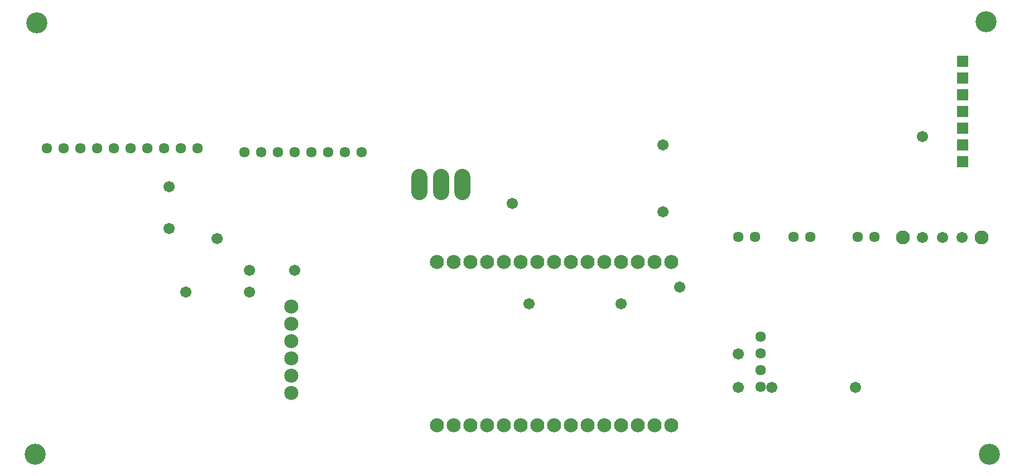
<source format=gbr>
G04 EAGLE Gerber RS-274X export*
G75*
%MOMM*%
%FSLAX34Y34*%
%LPD*%
%INSoldermask Bottom*%
%IPPOS*%
%AMOC8*
5,1,8,0,0,1.08239X$1,22.5*%
G01*
%ADD10C,3.203200*%
%ADD11C,2.133600*%
%ADD12C,1.711200*%
%ADD13C,2.108200*%
%ADD14C,1.611200*%
%ADD15R,1.711200X1.711200*%
%ADD16C,2.153200*%
%ADD17C,2.453200*%
%ADD18C,1.703200*%


D10*
X27940Y680720D03*
X25400Y25400D03*
X1473200Y25400D03*
X1468120Y681990D03*
D11*
X990700Y317010D03*
X965300Y317010D03*
X939900Y317010D03*
X914500Y317010D03*
X889100Y317010D03*
X863700Y317010D03*
X838300Y317010D03*
X812900Y317010D03*
X787500Y317010D03*
X762100Y317010D03*
X736700Y317010D03*
X711300Y317010D03*
X685900Y317010D03*
X660500Y317010D03*
X635100Y317010D03*
X990700Y69310D03*
X965300Y69310D03*
X939900Y69310D03*
X914500Y69310D03*
X889100Y69310D03*
X863700Y69310D03*
X838300Y69310D03*
X812900Y69310D03*
X787500Y69310D03*
X762100Y69310D03*
X736700Y69310D03*
X711300Y69310D03*
X685900Y69310D03*
X660500Y69310D03*
X635100Y69310D03*
D12*
X1372080Y354150D03*
X1402080Y354150D03*
X1432080Y354150D03*
D13*
X1342080Y354330D03*
X1462080Y354330D03*
D14*
X1273810Y355600D03*
X1299210Y355600D03*
D15*
X1432560Y546100D03*
X1432560Y520700D03*
X1432560Y495300D03*
X1432560Y469900D03*
X1432560Y571500D03*
X1432560Y596900D03*
X1432560Y622300D03*
D14*
X1126490Y127540D03*
X1126490Y152940D03*
X1126490Y178340D03*
X1126490Y203740D03*
D16*
X414580Y249390D03*
X414580Y223190D03*
X414580Y196990D03*
X414580Y170790D03*
X414580Y144590D03*
X414580Y118390D03*
D14*
X1176020Y355600D03*
X1201420Y355600D03*
X1092200Y355600D03*
X1117600Y355600D03*
D17*
X608330Y424360D02*
X608330Y446860D01*
X640830Y446860D02*
X640830Y424360D01*
X673330Y424360D02*
X673330Y446860D01*
D14*
X271780Y490220D03*
X246380Y490220D03*
X220980Y490220D03*
X195580Y490220D03*
X170180Y490220D03*
X144780Y490220D03*
X119380Y490220D03*
X93980Y490220D03*
X68580Y490220D03*
X43180Y490220D03*
X469900Y483870D03*
X495300Y483870D03*
X444500Y483870D03*
X419100Y483870D03*
X393700Y483870D03*
X368300Y483870D03*
X342900Y483870D03*
X520700Y483870D03*
D18*
X1143000Y127000D03*
X1270000Y127000D03*
X1092200Y127000D03*
X1092200Y177800D03*
X419100Y304800D03*
X350520Y304800D03*
X228600Y431800D03*
X228600Y368300D03*
X977900Y495300D03*
X977900Y393700D03*
X350520Y271780D03*
X254000Y271780D03*
X1371600Y508000D03*
X749300Y406400D03*
X1003300Y279400D03*
X774700Y254000D03*
X914400Y254000D03*
X301689Y352489D03*
M02*

</source>
